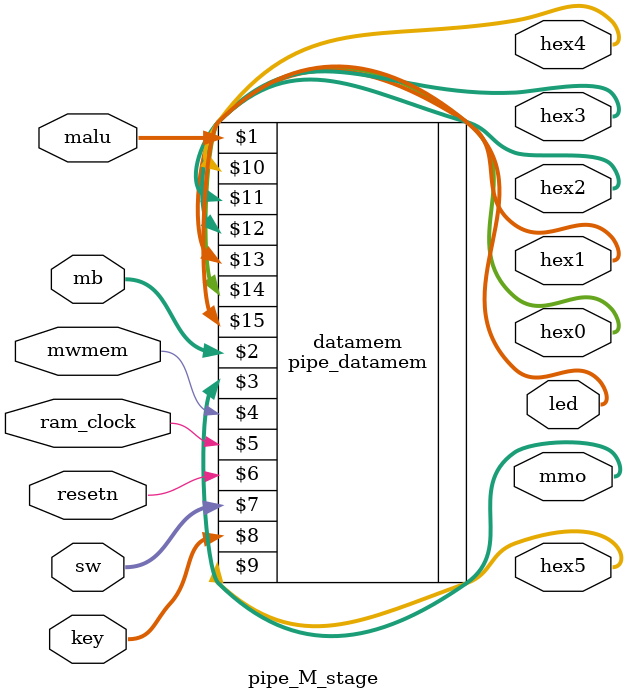
<source format=v>
module pipe_M_stage(mwmem, malu, mb, ram_clock, resetn, mmo, sw, key, hex5, hex4, hex3, hex2, hex1, hex0, led);
	input         mwmem, ram_clock, resetn;
	input  [31:0] malu, mb;
	input  [9:0]  sw;
	input  [3:1]  key;
	output [31:0] mmo;
	output [6:0]  hex5, hex4, hex3, hex2, hex1, hex0;
	output [9:0]  led;

	pipe_datamem datamem(malu, mb, mmo, mwmem, ram_clock, resetn, sw, key, hex5, hex4, hex3, hex2, hex1, hex0, led);
endmodule

</source>
